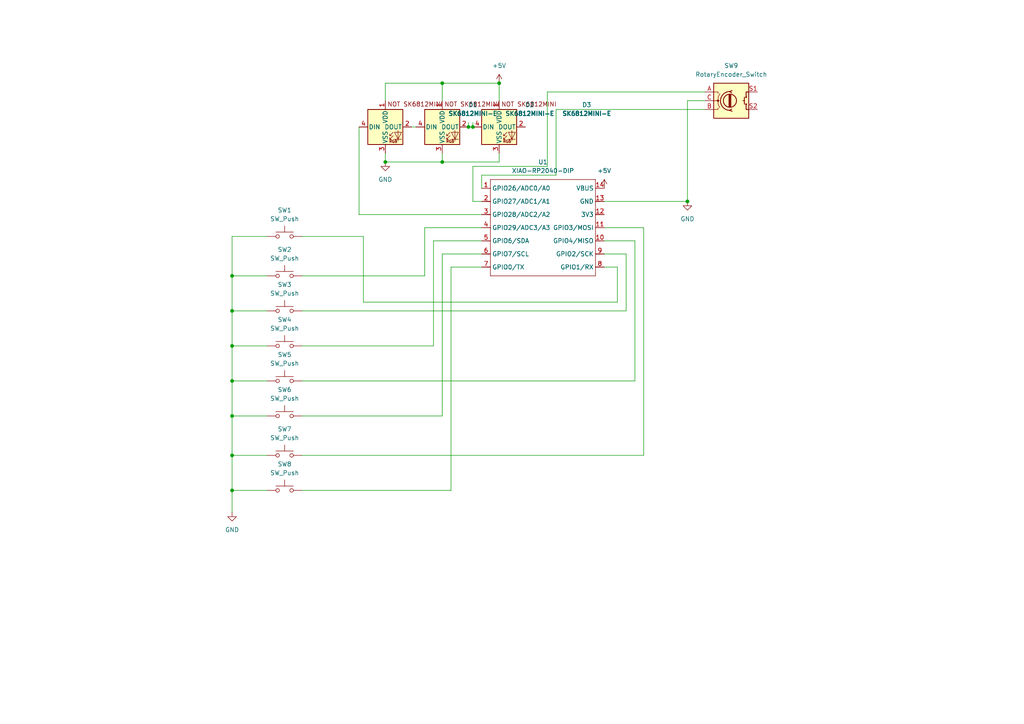
<source format=kicad_sch>
(kicad_sch (version 20250114) (generator "eeschema") (generator_version "9.0")
  (paper "A4")
  (lib_symbols
    (symbol "Device:RotaryEncoder_Switch" (pin_names (offset 0.254) (hide yes))
      (property "Reference" "SW" (at 0 6.604 0))
      (property "Value" "RotaryEncoder_Switch" (at 0 -6.604 0))
      (symbol "RotaryEncoder_Switch_0_1"
        (rectangle (start -5.08 5.08) (end 5.08 -5.08) (stroke (width 0.254)) (fill (type background)))
        (polyline (pts (xy -5.08 2.54) (xy -3.81 2.54) (xy -3.81 2.032)))
        (polyline (pts (xy -5.08 0) (xy -3.81 0) (xy -3.81 -1.016) (xy -3.302 -2.032)))
        (polyline (pts (xy -5.08 -2.54) (xy -3.81 -2.54) (xy -3.81 -2.032)))
        (polyline (pts (xy -4.318 0) (xy -3.81 0) (xy -3.81 1.016) (xy -3.302 2.032)))
        (circle (center -3.81 0) (radius 0.254) (fill (type outline)))
        (polyline (pts (xy -0.635 -1.778) (xy -0.635 1.778)) (stroke (width 0.254)))
        (circle (center -0.381 0) (radius 1.905) (stroke (width 0.254)))
        (polyline (pts (xy -0.381 -1.778) (xy -0.381 1.778)) (stroke (width 0.254)))
        (arc (start -0.381 -2.794) (mid -3.0988 -0.0635) (end -0.381 2.667) (stroke (width 0.254)))
        (polyline (pts (xy -0.127 1.778) (xy -0.127 -1.778)) (stroke (width 0.254)))
        (polyline (pts (xy 0.254 2.921) (xy -0.508 2.667) (xy 0.127 2.286)) (stroke (width 0.254)))
        (polyline (pts (xy 0.254 -3.048) (xy -0.508 -2.794) (xy 0.127 -2.413)) (stroke (width 0.254)))
        (polyline (pts (xy 3.81 1.016) (xy 3.81 -1.016)) (stroke (width 0.254)))
        (polyline (pts (xy 3.81 0) (xy 3.429 0)) (stroke (width 0.254)))
        (circle (center 4.318 1.016) (radius 0.127) (stroke (width 0.254)))
        (circle (center 4.318 -1.016) (radius 0.127) (stroke (width 0.254)))
        (polyline (pts (xy 5.08 2.54) (xy 4.318 2.54) (xy 4.318 1.016)) (stroke (width 0.254)))
        (polyline (pts (xy 5.08 -2.54) (xy 4.318 -2.54) (xy 4.318 -1.016)) (stroke (width 0.254)))
      )
      (symbol "RotaryEncoder_Switch_1_1"
        (pin passive line (at -7.62 2.54 0) (length 2.54) (name "A") (number "A"))
        (pin passive line (at -7.62 0 0) (length 2.54) (name "C") (number "C"))
        (pin passive line (at -7.62 -2.54 0) (length 2.54) (name "B") (number "B"))
        (pin passive line (at 7.62 2.54 180) (length 2.54) (name "S1") (number "S1"))
        (pin passive line (at 7.62 -2.54 180) (length 2.54) (name "S2") (number "S2"))
      )
    )
    (symbol "Hackclub Symbols:SK6812MINI-E" (pin_names (offset 0.254))
      (property "Reference" "D" (at -3.556 5.842 0))
      (property "Value" "SK6812MINI-E" (at 1.27 -5.715 0))
      (symbol "SK6812MINI-E_0_0"
        (text "RGB" (at 2.286 -4.191 0) (effects (font (size 0.762 0.762))))
      )
      (symbol "SK6812MINI-E_0_1"
        (rectangle (start -5.08 5.08) (end 5.08 -5.08) (stroke (width 0.254)) (fill (type background)))
        (polyline (pts (xy 1.27 -2.54) (xy 1.778 -2.54)))
        (polyline (pts (xy 1.27 -3.556) (xy 1.778 -3.556)))
        (polyline (pts (xy 2.286 -1.524) (xy 1.27 -2.54) (xy 1.27 -2.032)))
        (polyline (pts (xy 2.286 -2.54) (xy 1.27 -3.556) (xy 1.27 -3.048)))
        (polyline (pts (xy 3.683 -1.016) (xy 3.683 -3.556) (xy 3.683 -4.064)))
        (polyline (pts (xy 4.699 -1.524) (xy 2.667 -1.524) (xy 3.683 -3.556) (xy 4.699 -1.524)))
        (polyline (pts (xy 4.699 -3.556) (xy 2.667 -3.556)))
      )
      (symbol "SK6812MINI-E_1_1"
        (text "NOT SK6812MINI" (at 8.636 6.604 0) (effects (font (size 1.27 1.27))))
        (pin input line (at -7.62 0 0) (length 2.54) (name "DIN") (number "4"))
        (pin power_in line (at 0 7.62 270) (length 2.54) (name "VDD") (number "1"))
        (pin power_in line (at 0 -7.62 90) (length 2.54) (name "VSS") (number "3"))
        (pin output line (at 7.62 0 180) (length 2.54) (name "DOUT") (number "2"))
      )
    )
    (symbol "Seeed_Studio_XIAO_Series:XIAO-RP2040-DIP"
      (property "Reference" "U" (at 0 0 0))
      (property "Value" "XIAO-RP2040-DIP" (at 5.334 -1.778 0))
      (symbol "XIAO-RP2040-DIP_1_0"
        (polyline (pts (xy -1.27 -2.54) (xy 29.21 -2.54)) (stroke (width 0.1524)))
        (polyline (pts (xy -1.27 -5.08) (xy -2.54 -5.08)) (stroke (width 0.1524)))
        (polyline (pts (xy -1.27 -5.08) (xy -1.27 -2.54)) (stroke (width 0.1524)))
        (polyline (pts (xy -1.27 -8.89) (xy -2.54 -8.89)) (stroke (width 0.1524)))
        (polyline (pts (xy -1.27 -8.89) (xy -1.27 -5.08)) (stroke (width 0.1524)))
        (polyline (pts (xy -1.27 -12.7) (xy -2.54 -12.7)) (stroke (width 0.1524)))
        (polyline (pts (xy -1.27 -12.7) (xy -1.27 -8.89)) (stroke (width 0.1524)))
        (polyline (pts (xy -1.27 -16.51) (xy -2.54 -16.51)) (stroke (width 0.1524)))
        (polyline (pts (xy -1.27 -16.51) (xy -1.27 -12.7)) (stroke (width 0.1524)))
        (polyline (pts (xy -1.27 -20.32) (xy -2.54 -20.32)) (stroke (width 0.1524)))
        (polyline (pts (xy -1.27 -24.13) (xy -2.54 -24.13)) (stroke (width 0.1524)))
        (polyline (pts (xy -1.27 -27.94) (xy -2.54 -27.94)) (stroke (width 0.1524)))
        (polyline (pts (xy -1.27 -30.48) (xy -1.27 -16.51)) (stroke (width 0.1524)))
        (polyline (pts (xy 29.21 -2.54) (xy 29.21 -5.08)) (stroke (width 0.1524)))
        (polyline (pts (xy 29.21 -5.08) (xy 29.21 -8.89)) (stroke (width 0.1524)))
        (polyline (pts (xy 29.21 -8.89) (xy 29.21 -12.7)) (stroke (width 0.1524)))
        (polyline (pts (xy 29.21 -12.7) (xy 29.21 -30.48)) (stroke (width 0.1524)))
        (polyline (pts (xy 29.21 -30.48) (xy -1.27 -30.48)) (stroke (width 0.1524)))
        (polyline (pts (xy 30.48 -5.08) (xy 29.21 -5.08)) (stroke (width 0.1524)))
        (polyline (pts (xy 30.48 -8.89) (xy 29.21 -8.89)) (stroke (width 0.1524)))
        (polyline (pts (xy 30.48 -12.7) (xy 29.21 -12.7)) (stroke (width 0.1524)))
        (polyline (pts (xy 30.48 -16.51) (xy 29.21 -16.51)) (stroke (width 0.1524)))
        (polyline (pts (xy 30.48 -20.32) (xy 29.21 -20.32)) (stroke (width 0.1524)))
        (polyline (pts (xy 30.48 -24.13) (xy 29.21 -24.13)) (stroke (width 0.1524)))
        (polyline (pts (xy 30.48 -27.94) (xy 29.21 -27.94)) (stroke (width 0.1524)))
        (pin passive line (at -3.81 -5.08 0) (length 2.54) (name "GPIO26/ADC0/A0") (number "1"))
        (pin passive line (at -3.81 -8.89 0) (length 2.54) (name "GPIO27/ADC1/A1") (number "2"))
        (pin passive line (at -3.81 -12.7 0) (length 2.54) (name "GPIO28/ADC2/A2") (number "3"))
        (pin passive line (at -3.81 -16.51 0) (length 2.54) (name "GPIO29/ADC3/A3") (number "4"))
        (pin passive line (at -3.81 -20.32 0) (length 2.54) (name "GPIO6/SDA") (number "5"))
        (pin passive line (at -3.81 -24.13 0) (length 2.54) (name "GPIO7/SCL") (number "6"))
        (pin passive line (at -3.81 -27.94 0) (length 2.54) (name "GPIO0/TX") (number "7"))
        (pin passive line (at 31.75 -5.08 180) (length 2.54) (name "VBUS") (number "14"))
        (pin passive line (at 31.75 -8.89 180) (length 2.54) (name "GND") (number "13"))
        (pin passive line (at 31.75 -12.7 180) (length 2.54) (name "3V3") (number "12"))
        (pin passive line (at 31.75 -16.51 180) (length 2.54) (name "GPIO3/MOSI") (number "11"))
        (pin passive line (at 31.75 -20.32 180) (length 2.54) (name "GPIO4/MISO") (number "10"))
        (pin passive line (at 31.75 -24.13 180) (length 2.54) (name "GPIO2/SCK") (number "9"))
        (pin passive line (at 31.75 -27.94 180) (length 2.54) (name "GPIO1/RX") (number "8"))
      )
    )
    (symbol "Switch:SW_Push" (pin_numbers (hide yes)) (pin_names (offset 1.016) (hide yes))
      (property "Reference" "SW" (at 1.27 2.54 0))
      (property "Value" "SW_Push" (at 0 -1.524 0))
      (symbol "SW_Push_0_1"
        (circle (center -2.032 0) (radius 0.508))
        (polyline (pts (xy 0 1.27) (xy 0 3.048)))
        (circle (center 2.032 0) (radius 0.508))
        (polyline (pts (xy 2.54 1.27) (xy -2.54 1.27)))
        (pin passive line (at -5.08 0 0) (length 2.54) (name "1") (number "1"))
        (pin passive line (at 5.08 0 180) (length 2.54) (name "2") (number "2"))
      )
    )
    (symbol "power:+5V" (power) (pin_numbers (hide yes)) (pin_names (offset 0) (hide yes))
      (property "Value" "+5V" (at 0 3.556 0))
      (symbol "+5V_0_1"
        (polyline (pts (xy -0.762 1.27) (xy 0 2.54)))
        (polyline (pts (xy 0 2.54) (xy 0.762 1.27)))
        (polyline (pts (xy 0 0) (xy 0 2.54)))
      )
      (symbol "+5V_1_1"
        (pin power_in line (at 0 0 90) (length 0) (name "~") (number "1"))
      )
    )
    (symbol "power:GND" (power) (pin_numbers (hide yes)) (pin_names (offset 0) (hide yes))
      (property "Value" "GND" (at 0 -3.81 0))
      (symbol "GND_0_1"
        (polyline (pts (xy 0 0) (xy 0 -1.27) (xy 1.27 -1.27) (xy 0 -2.54) (xy -1.27 -1.27) (xy 0 -1.27)))
      )
      (symbol "GND_1_1"
        (pin power_in line (at 0 0 270) (length 0) (name "~") (number "1"))
      )
    )
  )
  (junction (at 128.27 24.13))
  (junction (at 199.39 58.42))
  (junction (at 111.76 46.99))
  (junction (at 67.31 90.17))
  (junction (at 67.31 110.49))
  (junction (at 128.27 46.99))
  (junction (at 67.31 132.08))
  (junction (at 137.16 36.83))
  (junction (at 144.78 24.13))
  (junction (at 135.89 36.83))
  (junction (at 67.31 120.65))
  (junction (at 67.31 100.33))
  (junction (at 67.31 142.24))
  (junction (at 67.31 80.01))
  (wire (pts (xy 87.63 142.24) (xy 130.81 142.24)))
  (wire (pts (xy 105.41 87.63) (xy 179.07 87.63)))
  (wire (pts (xy 67.31 90.17) (xy 67.31 80.01)))
  (wire (pts (xy 87.63 68.58) (xy 105.41 68.58)))
  (wire (pts (xy 67.31 142.24) (xy 77.47 142.24)))
  (wire (pts (xy 87.63 80.01) (xy 123.19 80.01)))
  (wire (pts (xy 111.76 24.13) (xy 128.27 24.13)))
  (wire (pts (xy 158.75 26.67) (xy 204.47 26.67)))
  (wire (pts (xy 181.61 73.66) (xy 181.61 90.17)))
  (wire (pts (xy 128.27 46.99) (xy 144.78 46.99)))
  (wire (pts (xy 67.31 100.33) (xy 77.47 100.33)))
  (wire (pts (xy 130.81 142.24) (xy 130.81 77.47)))
  (wire (pts (xy 87.63 120.65) (xy 128.27 120.65)))
  (wire (pts (xy 128.27 24.13) (xy 144.78 24.13)))
  (wire (pts (xy 179.07 77.47) (xy 175.26 77.47)))
  (wire (pts (xy 158.75 26.67) (xy 158.75 48.26)))
  (wire (pts (xy 199.39 29.21) (xy 199.39 58.42)))
  (wire (pts (xy 123.19 80.01) (xy 123.19 66.04)))
  (wire (pts (xy 135.89 36.83) (xy 137.16 36.83)))
  (wire (pts (xy 67.31 120.65) (xy 77.47 120.65)))
  (wire (pts (xy 128.27 46.99) (xy 128.27 44.45)))
  (wire (pts (xy 128.27 73.66) (xy 128.27 120.65)))
  (wire (pts (xy 161.29 50.8) (xy 139.7 50.8)))
  (wire (pts (xy 130.81 77.47) (xy 139.7 77.47)))
  (wire (pts (xy 144.78 44.45) (xy 144.78 46.99)))
  (wire (pts (xy 137.16 58.42) (xy 139.7 58.42)))
  (wire (pts (xy 111.76 29.21) (xy 111.76 24.13)))
  (wire (pts (xy 67.31 68.58) (xy 77.47 68.58)))
  (wire (pts (xy 111.76 46.99) (xy 128.27 46.99)))
  (wire (pts (xy 144.78 29.21) (xy 144.78 24.13)))
  (wire (pts (xy 184.15 69.85) (xy 175.26 69.85)))
  (wire (pts (xy 67.31 80.01) (xy 67.31 68.58)))
  (wire (pts (xy 87.63 132.08) (xy 186.69 132.08)))
  (wire (pts (xy 137.16 48.26) (xy 137.16 58.42)))
  (wire (pts (xy 123.19 66.04) (xy 139.7 66.04)))
  (wire (pts (xy 87.63 90.17) (xy 181.61 90.17)))
  (wire (pts (xy 175.26 58.42) (xy 199.39 58.42)))
  (wire (pts (xy 135.89 35.56) (xy 135.89 36.83)))
  (wire (pts (xy 67.31 132.08) (xy 67.31 120.65)))
  (wire (pts (xy 67.31 100.33) (xy 67.31 90.17)))
  (wire (pts (xy 186.69 66.04) (xy 186.69 132.08)))
  (wire (pts (xy 67.31 110.49) (xy 77.47 110.49)))
  (wire (pts (xy 137.16 35.56) (xy 137.16 36.83)))
  (wire (pts (xy 125.73 100.33) (xy 125.73 69.85)))
  (wire (pts (xy 111.76 44.45) (xy 111.76 46.99)))
  (wire (pts (xy 184.15 69.85) (xy 184.15 110.49)))
  (wire (pts (xy 125.73 69.85) (xy 139.7 69.85)))
  (wire (pts (xy 139.7 50.8) (xy 139.7 54.61)))
  (wire (pts (xy 87.63 110.49) (xy 184.15 110.49)))
  (wire (pts (xy 128.27 73.66) (xy 139.7 73.66)))
  (wire (pts (xy 67.31 142.24) (xy 67.31 132.08)))
  (wire (pts (xy 67.31 110.49) (xy 67.31 100.33)))
  (wire (pts (xy 105.41 68.58) (xy 105.41 87.63)))
  (wire (pts (xy 158.75 48.26) (xy 137.16 48.26)))
  (wire (pts (xy 175.26 66.04) (xy 186.69 66.04)))
  (wire (pts (xy 119.38 36.83) (xy 120.65 36.83)))
  (wire (pts (xy 67.31 80.01) (xy 77.47 80.01)))
  (wire (pts (xy 181.61 73.66) (xy 175.26 73.66)))
  (wire (pts (xy 104.14 36.83) (xy 104.14 62.23)))
  (wire (pts (xy 67.31 148.59) (xy 67.31 142.24)))
  (wire (pts (xy 67.31 90.17) (xy 77.47 90.17)))
  (wire (pts (xy 161.29 31.75) (xy 204.47 31.75)))
  (wire (pts (xy 67.31 132.08) (xy 77.47 132.08)))
  (wire (pts (xy 104.14 62.23) (xy 139.7 62.23)))
  (wire (pts (xy 128.27 24.13) (xy 128.27 29.21)))
  (wire (pts (xy 87.63 100.33) (xy 125.73 100.33)))
  (wire (pts (xy 204.47 29.21) (xy 199.39 29.21)))
  (wire (pts (xy 161.29 31.75) (xy 161.29 50.8)))
  (wire (pts (xy 67.31 120.65) (xy 67.31 110.49)))
  (wire (pts (xy 179.07 87.63) (xy 179.07 77.47)))
  (symbol (lib_id "power:+5V") (at 175.26 54.61 0) (unit 1)
    (property "Reference" "#PWR05" (effects (hide yes)))
    (property "Value" "+5V" (at 175.26 49.53 0))
    (property "Description" "Power symbol creates a global label with name \"+5V\"" (effects (hide yes)))
  )
  (symbol (lib_id "Switch:SW_Push") (at 82.55 142.24 0) (unit 1)
    (property "Reference" "SW8" (at 82.55 134.62 0))
    (property "Value" "SW_Push" (at 82.55 137.16 0))
    (property "Footprint" "Button_Switch_Keyboard:SW_Cherry_MX_1.00u_PCB" (effects (hide yes)))
    (property "Description" "Push button switch, generic, two pins" (effects (hide yes)))
  )
  (symbol (lib_id "power:GND") (at 199.39 58.42 0) (unit 1)
    (property "Reference" "#PWR02" (effects (hide yes)))
    (property "Value" "GND" (at 199.39 63.5 0))
    (property "Description" "Power symbol creates a global label with name \"GND\" , ground" (effects (hide yes)))
  )
  (symbol (lib_id "power:GND") (at 111.76 46.99 0) (unit 1)
    (property "Reference" "#PWR03" (effects (hide yes)))
    (property "Value" "GND" (at 111.76 52.07 0))
    (property "Description" "Power symbol creates a global label with name \"GND\" , ground" (effects (hide yes)))
  )
  (symbol (lib_id "Hackclub Symbols:SK6812MINI-E") (at 111.76 36.83 0) (unit 1)
    (property "Reference" "D1" (at 137.16 30.4098 0))
    (property "Value" "SK6812MINI-E" (at 137.16 32.9499 0) (effects (font (thickness 0.254) (bold yes))))
    (property "Footprint" "Hackclub Footprints:MX_SK6812MINI-E_REV" (effects (hide yes)))
    (property "Datasheet" "https://cdn-shop.adafruit.com/product-files/4960/4960_SK6812MINI-E_REV02_EN.pdf" (effects (hide yes)))
    (property "Description" "RGB LED with integrated controller" (effects (hide yes)))
  )
  (symbol (lib_id "Hackclub Symbols:SK6812MINI-E") (at 128.27 36.83 0) (unit 1)
    (property "Reference" "D2" (at 153.67 30.4098 0))
    (property "Value" "SK6812MINI-E" (at 153.67 32.9499 0) (effects (font (thickness 0.254) (bold yes))))
    (property "Footprint" "Hackclub Footprints:MX_SK6812MINI-E_REV" (effects (hide yes)))
    (property "Datasheet" "https://cdn-shop.adafruit.com/product-files/4960/4960_SK6812MINI-E_REV02_EN.pdf" (effects (hide yes)))
    (property "Description" "RGB LED with integrated controller" (effects (hide yes)))
  )
  (symbol (lib_id "Switch:SW_Push") (at 82.55 68.58 0) (unit 1)
    (property "Reference" "SW1" (at 82.55 60.96 0))
    (property "Value" "SW_Push" (at 82.55 63.5 0))
    (property "Footprint" "Button_Switch_Keyboard:SW_Cherry_MX_1.00u_PCB" (effects (hide yes)))
    (property "Description" "Push button switch, generic, two pins" (effects (hide yes)))
  )
  (symbol (lib_id "Device:RotaryEncoder_Switch") (at 212.09 29.21 0) (unit 1)
    (property "Reference" "SW9" (at 212.09 19.05 0))
    (property "Value" "RotaryEncoder_Switch" (at 212.09 21.59 0))
    (property "Footprint" "Rotary_Encoder:RotaryEncoder_Alps_EC11E-Switch_Vertical_H20mm" (effects (hide yes)))
    (property "Description" "Rotary encoder, dual channel, incremental quadrate outputs, with switch" (effects (hide yes)))
  )
  (symbol (lib_id "Switch:SW_Push") (at 82.55 100.33 0) (unit 1)
    (property "Reference" "SW4" (at 82.55 92.71 0))
    (property "Value" "SW_Push" (at 82.55 95.25 0))
    (property "Footprint" "Button_Switch_Keyboard:SW_Cherry_MX_1.00u_PCB" (effects (hide yes)))
    (property "Description" "Push button switch, generic, two pins" (effects (hide yes)))
  )
  (symbol (lib_id "power:GND") (at 67.31 148.59 0) (unit 1)
    (property "Reference" "#PWR01" (effects (hide yes)))
    (property "Value" "GND" (at 67.31 153.67 0))
    (property "Description" "Power symbol creates a global label with name \"GND\" , ground" (effects (hide yes)))
  )
  (symbol (lib_id "Switch:SW_Push") (at 82.55 120.65 0) (unit 1)
    (property "Reference" "SW6" (at 82.55 113.03 0))
    (property "Value" "SW_Push" (at 82.55 115.57 0))
    (property "Footprint" "Button_Switch_Keyboard:SW_Cherry_MX_1.00u_PCB" (effects (hide yes)))
    (property "Description" "Push button switch, generic, two pins" (effects (hide yes)))
  )
  (symbol (lib_id "Seeed_Studio_XIAO_Series:XIAO-RP2040-DIP") (at 143.51 49.53 0) (unit 1)
    (property "Reference" "U1" (at 157.48 46.99 0))
    (property "Value" "XIAO-RP2040-DIP" (at 157.48 49.53 0))
    (property "Footprint" "Hackclub Footprints:XIAO-RP2040-DIP" (effects (hide yes)))
  )
  (symbol (lib_id "Switch:SW_Push") (at 82.55 90.17 0) (unit 1)
    (property "Reference" "SW3" (at 82.55 82.55 0))
    (property "Value" "SW_Push" (at 82.55 85.09 0))
    (property "Footprint" "Button_Switch_Keyboard:SW_Cherry_MX_1.00u_PCB" (effects (hide yes)))
    (property "Description" "Push button switch, generic, two pins" (effects (hide yes)))
  )
  (symbol (lib_id "Hackclub Symbols:SK6812MINI-E") (at 144.78 36.83 0) (unit 1)
    (property "Reference" "D3" (at 170.18 30.4098 0))
    (property "Value" "SK6812MINI-E" (at 170.18 32.9499 0) (effects (font (thickness 0.254) (bold yes))))
    (property "Footprint" "Hackclub Footprints:MX_SK6812MINI-E_REV" (effects (hide yes)))
    (property "Datasheet" "https://cdn-shop.adafruit.com/product-files/4960/4960_SK6812MINI-E_REV02_EN.pdf" (effects (hide yes)))
    (property "Description" "RGB LED with integrated controller" (effects (hide yes)))
  )
  (symbol (lib_id "power:+5V") (at 144.78 24.13 0) (unit 1)
    (property "Reference" "#PWR04" (effects (hide yes)))
    (property "Value" "+5V" (at 144.78 19.05 0))
    (property "Description" "Power symbol creates a global label with name \"+5V\"" (effects (hide yes)))
  )
  (symbol (lib_id "Switch:SW_Push") (at 82.55 110.49 0) (unit 1)
    (property "Reference" "SW5" (at 82.55 102.87 0))
    (property "Value" "SW_Push" (at 82.55 105.41 0))
    (property "Footprint" "Button_Switch_Keyboard:SW_Cherry_MX_1.00u_PCB" (effects (hide yes)))
    (property "Description" "Push button switch, generic, two pins" (effects (hide yes)))
  )
  (symbol (lib_id "Switch:SW_Push") (at 82.55 132.08 0) (unit 1)
    (property "Reference" "SW7" (at 82.55 124.46 0))
    (property "Value" "SW_Push" (at 82.55 127 0))
    (property "Footprint" "Button_Switch_Keyboard:SW_Cherry_MX_1.00u_PCB" (effects (hide yes)))
    (property "Description" "Push button switch, generic, two pins" (effects (hide yes)))
  )
  (symbol (lib_id "Switch:SW_Push") (at 82.55 80.01 0) (unit 1)
    (property "Reference" "SW2" (at 82.55 72.39 0))
    (property "Value" "SW_Push" (at 82.55 74.93 0))
    (property "Footprint" "Button_Switch_Keyboard:SW_Cherry_MX_1.00u_PCB" (effects (hide yes)))
    (property "Description" "Push button switch, generic, two pins" (effects (hide yes)))
  )
)
</source>
